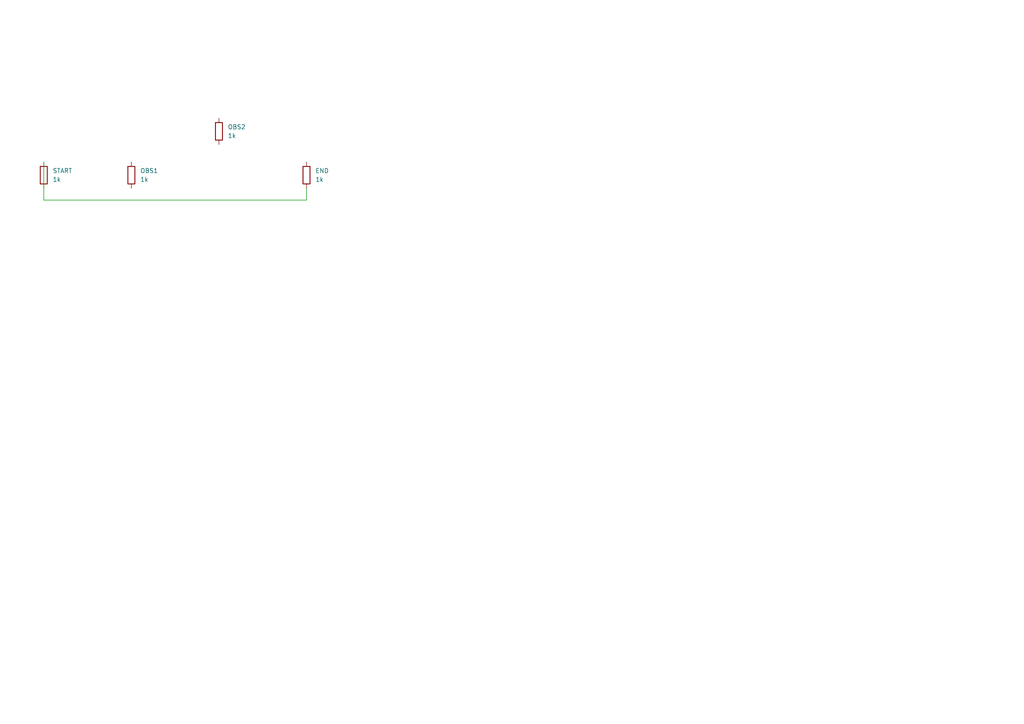
<source format=kicad_sch>
(kicad_sch (version 20250114) (generator "eeschema") (generator_version "9.0")
  (paper "A4")
  (title_block (title "Clearance_1.27"))
  (lib_symbols
    (symbol "Device:R" (pin_numbers (hide yes)) (pin_names (offset 0))
      (property "Reference" "R" (at 2.032 0 90))
      (property "Value" "R" (at 0 0 90))
      (symbol "R_0_1"
        (rectangle (start -1.016 -2.54) (end 1.016 2.54) (stroke (width 0.254)))
      )
      (symbol "R_1_1"
        (pin passive line (at 0 3.81 270) (length 1.27) (name "~") (number "1"))
        (pin passive line (at 0 -3.81 90) (length 1.27) (name "~") (number "2"))
      )
    )
  )
  (symbol (lib_id "Device:R") (at 12.7 50.8 0) (unit 1)
    (property "Reference" "START" (at 15.24 49.5299 0) (effects (justify left)))
    (property "Value" "1k" (at 15.24 52.0699 0) (effects (justify left)))
  )
  (symbol (lib_id "Device:R") (at 38.1 50.8 0) (unit 1)
    (property "Reference" "OBS1" (at 40.64 49.5299 0) (effects (justify left)))
    (property "Value" "1k" (at 40.64 52.0699 0) (effects (justify left)))
  )
  (symbol (lib_id "Device:R") (at 63.5 38.1 0) (unit 1)
    (property "Reference" "OBS2" (at 66.04 36.8299 0) (effects (justify left)))
    (property "Value" "1k" (at 66.04 39.3699 0) (effects (justify left)))
  )
  (symbol (lib_id "Device:R") (at 88.9 50.8 0) (unit 1)
    (property "Reference" "END" (at 91.44 49.5299 0) (effects (justify left)))
    (property "Value" "1k" (at 91.44 52.0699 0) (effects (justify left)))
  )
  (wire (pts (xy 12.7 46.99) (xy 12.7 58.039)))
  (wire (pts (xy 12.7 58.039) (xy 88.9 58.039)))
  (wire (pts (xy 88.9 58.039) (xy 88.9 54.61)))
)
</source>
